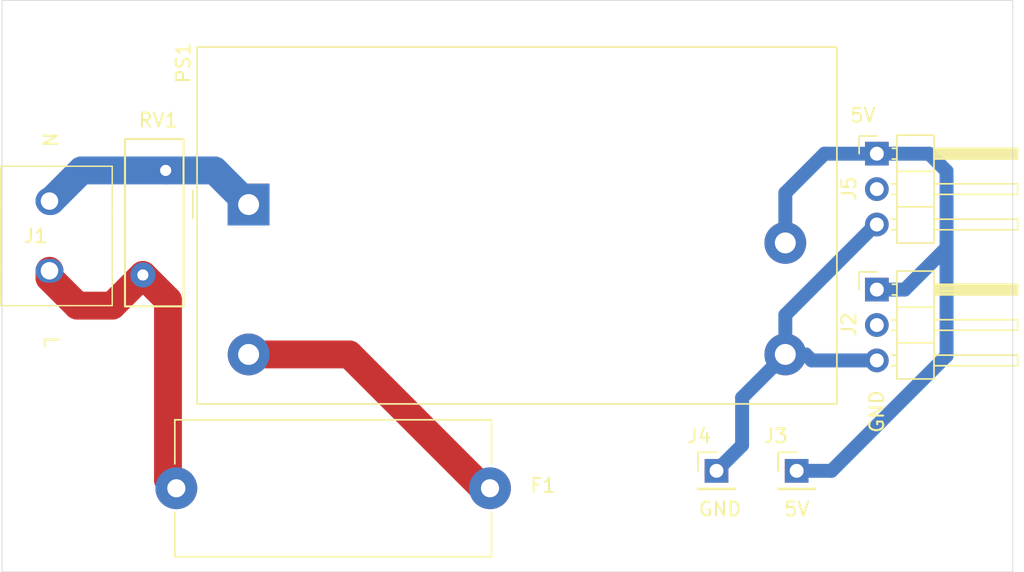
<source format=kicad_pcb>
(kicad_pcb (version 20171130) (host pcbnew 5.1.9+dfsg1-1)

  (general
    (thickness 1.6)
    (drawings 13)
    (tracks 37)
    (zones 0)
    (modules 12)
    (nets 8)
  )

  (page A4)
  (layers
    (0 F.Cu signal)
    (31 B.Cu signal)
    (32 B.Adhes user)
    (33 F.Adhes user)
    (34 B.Paste user)
    (35 F.Paste user)
    (36 B.SilkS user)
    (37 F.SilkS user)
    (38 B.Mask user)
    (39 F.Mask user)
    (40 Dwgs.User user)
    (41 Cmts.User user)
    (42 Eco1.User user)
    (43 Eco2.User user)
    (44 Edge.Cuts user)
    (45 Margin user)
    (46 B.CrtYd user)
    (47 F.CrtYd user)
    (48 B.Fab user)
    (49 F.Fab user)
  )

  (setup
    (last_trace_width 0.25)
    (user_trace_width 1)
    (user_trace_width 2)
    (trace_clearance 0.2)
    (zone_clearance 0.508)
    (zone_45_only no)
    (trace_min 0.2)
    (via_size 0.8)
    (via_drill 0.4)
    (via_min_size 0.4)
    (via_min_drill 0.3)
    (uvia_size 0.3)
    (uvia_drill 0.1)
    (uvias_allowed no)
    (uvia_min_size 0.2)
    (uvia_min_drill 0.1)
    (edge_width 0.05)
    (segment_width 0.2)
    (pcb_text_width 0.3)
    (pcb_text_size 1.5 1.5)
    (mod_edge_width 0.12)
    (mod_text_size 1 1)
    (mod_text_width 0.15)
    (pad_size 1.524 1.524)
    (pad_drill 0.762)
    (pad_to_mask_clearance 0)
    (aux_axis_origin 0 0)
    (visible_elements FFFFFF7F)
    (pcbplotparams
      (layerselection 0x010fc_ffffffff)
      (usegerberextensions false)
      (usegerberattributes true)
      (usegerberadvancedattributes true)
      (creategerberjobfile true)
      (excludeedgelayer true)
      (linewidth 0.100000)
      (plotframeref false)
      (viasonmask false)
      (mode 1)
      (useauxorigin false)
      (hpglpennumber 1)
      (hpglpenspeed 20)
      (hpglpendiameter 15.000000)
      (psnegative false)
      (psa4output false)
      (plotreference true)
      (plotvalue true)
      (plotinvisibletext false)
      (padsonsilk false)
      (subtractmaskfromsilk false)
      (outputformat 1)
      (mirror false)
      (drillshape 1)
      (scaleselection 1)
      (outputdirectory ""))
  )

  (net 0 "")
  (net 1 "Net-(F1-Pad2)")
  (net 2 /GND)
  (net 3 "Net-(J2-Pad2)")
  (net 4 /5V)
  (net 5 /L)
  (net 6 /N)
  (net 7 "Net-(J5-Pad2)")

  (net_class Default "This is the default net class."
    (clearance 0.2)
    (trace_width 0.25)
    (via_dia 0.8)
    (via_drill 0.4)
    (uvia_dia 0.3)
    (uvia_drill 0.1)
    (add_net /5V)
    (add_net /GND)
    (add_net /L)
    (add_net /N)
    (add_net "Net-(F1-Pad2)")
    (add_net "Net-(J2-Pad2)")
    (add_net "Net-(J5-Pad2)")
  )

  (module Connector_PinHeader_2.54mm:PinHeader_1x03_P2.54mm_Horizontal (layer F.Cu) (tedit 59FED5CB) (tstamp 60662875)
    (at 234.75 115.5)
    (descr "Through hole angled pin header, 1x03, 2.54mm pitch, 6mm pin length, single row")
    (tags "Through hole angled pin header THT 1x03 2.54mm single row")
    (path /606625A8)
    (fp_text reference J5 (at -2 2.5 90) (layer F.SilkS)
      (effects (font (size 1 1) (thickness 0.15)))
    )
    (fp_text value 5V (at 4.385 7.35) (layer F.Fab) hide
      (effects (font (size 1 1) (thickness 0.15)))
    )
    (fp_line (start 10.55 -1.8) (end -1.8 -1.8) (layer F.CrtYd) (width 0.05))
    (fp_line (start 10.55 6.85) (end 10.55 -1.8) (layer F.CrtYd) (width 0.05))
    (fp_line (start -1.8 6.85) (end 10.55 6.85) (layer F.CrtYd) (width 0.05))
    (fp_line (start -1.8 -1.8) (end -1.8 6.85) (layer F.CrtYd) (width 0.05))
    (fp_line (start -1.27 -1.27) (end 0 -1.27) (layer F.SilkS) (width 0.12))
    (fp_line (start -1.27 0) (end -1.27 -1.27) (layer F.SilkS) (width 0.12))
    (fp_line (start 1.042929 5.46) (end 1.44 5.46) (layer F.SilkS) (width 0.12))
    (fp_line (start 1.042929 4.7) (end 1.44 4.7) (layer F.SilkS) (width 0.12))
    (fp_line (start 10.1 5.46) (end 4.1 5.46) (layer F.SilkS) (width 0.12))
    (fp_line (start 10.1 4.7) (end 10.1 5.46) (layer F.SilkS) (width 0.12))
    (fp_line (start 4.1 4.7) (end 10.1 4.7) (layer F.SilkS) (width 0.12))
    (fp_line (start 1.44 3.81) (end 4.1 3.81) (layer F.SilkS) (width 0.12))
    (fp_line (start 1.042929 2.92) (end 1.44 2.92) (layer F.SilkS) (width 0.12))
    (fp_line (start 1.042929 2.16) (end 1.44 2.16) (layer F.SilkS) (width 0.12))
    (fp_line (start 10.1 2.92) (end 4.1 2.92) (layer F.SilkS) (width 0.12))
    (fp_line (start 10.1 2.16) (end 10.1 2.92) (layer F.SilkS) (width 0.12))
    (fp_line (start 4.1 2.16) (end 10.1 2.16) (layer F.SilkS) (width 0.12))
    (fp_line (start 1.44 1.27) (end 4.1 1.27) (layer F.SilkS) (width 0.12))
    (fp_line (start 1.11 0.38) (end 1.44 0.38) (layer F.SilkS) (width 0.12))
    (fp_line (start 1.11 -0.38) (end 1.44 -0.38) (layer F.SilkS) (width 0.12))
    (fp_line (start 4.1 0.28) (end 10.1 0.28) (layer F.SilkS) (width 0.12))
    (fp_line (start 4.1 0.16) (end 10.1 0.16) (layer F.SilkS) (width 0.12))
    (fp_line (start 4.1 0.04) (end 10.1 0.04) (layer F.SilkS) (width 0.12))
    (fp_line (start 4.1 -0.08) (end 10.1 -0.08) (layer F.SilkS) (width 0.12))
    (fp_line (start 4.1 -0.2) (end 10.1 -0.2) (layer F.SilkS) (width 0.12))
    (fp_line (start 4.1 -0.32) (end 10.1 -0.32) (layer F.SilkS) (width 0.12))
    (fp_line (start 10.1 0.38) (end 4.1 0.38) (layer F.SilkS) (width 0.12))
    (fp_line (start 10.1 -0.38) (end 10.1 0.38) (layer F.SilkS) (width 0.12))
    (fp_line (start 4.1 -0.38) (end 10.1 -0.38) (layer F.SilkS) (width 0.12))
    (fp_line (start 4.1 -1.33) (end 1.44 -1.33) (layer F.SilkS) (width 0.12))
    (fp_line (start 4.1 6.41) (end 4.1 -1.33) (layer F.SilkS) (width 0.12))
    (fp_line (start 1.44 6.41) (end 4.1 6.41) (layer F.SilkS) (width 0.12))
    (fp_line (start 1.44 -1.33) (end 1.44 6.41) (layer F.SilkS) (width 0.12))
    (fp_line (start 4.04 5.4) (end 10.04 5.4) (layer F.Fab) (width 0.1))
    (fp_line (start 10.04 4.76) (end 10.04 5.4) (layer F.Fab) (width 0.1))
    (fp_line (start 4.04 4.76) (end 10.04 4.76) (layer F.Fab) (width 0.1))
    (fp_line (start -0.32 5.4) (end 1.5 5.4) (layer F.Fab) (width 0.1))
    (fp_line (start -0.32 4.76) (end -0.32 5.4) (layer F.Fab) (width 0.1))
    (fp_line (start -0.32 4.76) (end 1.5 4.76) (layer F.Fab) (width 0.1))
    (fp_line (start 4.04 2.86) (end 10.04 2.86) (layer F.Fab) (width 0.1))
    (fp_line (start 10.04 2.22) (end 10.04 2.86) (layer F.Fab) (width 0.1))
    (fp_line (start 4.04 2.22) (end 10.04 2.22) (layer F.Fab) (width 0.1))
    (fp_line (start -0.32 2.86) (end 1.5 2.86) (layer F.Fab) (width 0.1))
    (fp_line (start -0.32 2.22) (end -0.32 2.86) (layer F.Fab) (width 0.1))
    (fp_line (start -0.32 2.22) (end 1.5 2.22) (layer F.Fab) (width 0.1))
    (fp_line (start 4.04 0.32) (end 10.04 0.32) (layer F.Fab) (width 0.1))
    (fp_line (start 10.04 -0.32) (end 10.04 0.32) (layer F.Fab) (width 0.1))
    (fp_line (start 4.04 -0.32) (end 10.04 -0.32) (layer F.Fab) (width 0.1))
    (fp_line (start -0.32 0.32) (end 1.5 0.32) (layer F.Fab) (width 0.1))
    (fp_line (start -0.32 -0.32) (end -0.32 0.32) (layer F.Fab) (width 0.1))
    (fp_line (start -0.32 -0.32) (end 1.5 -0.32) (layer F.Fab) (width 0.1))
    (fp_line (start 1.5 -0.635) (end 2.135 -1.27) (layer F.Fab) (width 0.1))
    (fp_line (start 1.5 6.35) (end 1.5 -0.635) (layer F.Fab) (width 0.1))
    (fp_line (start 4.04 6.35) (end 1.5 6.35) (layer F.Fab) (width 0.1))
    (fp_line (start 4.04 -1.27) (end 4.04 6.35) (layer F.Fab) (width 0.1))
    (fp_line (start 2.135 -1.27) (end 4.04 -1.27) (layer F.Fab) (width 0.1))
    (fp_text user %R (at 2.77 2.54 90) (layer F.Fab)
      (effects (font (size 1 1) (thickness 0.15)))
    )
    (pad 3 thru_hole oval (at 0 5.08) (size 1.7 1.7) (drill 1) (layers *.Cu *.Mask)
      (net 2 /GND))
    (pad 2 thru_hole oval (at 0 2.54) (size 1.7 1.7) (drill 1) (layers *.Cu *.Mask)
      (net 7 "Net-(J5-Pad2)"))
    (pad 1 thru_hole rect (at 0 0) (size 1.7 1.7) (drill 1) (layers *.Cu *.Mask)
      (net 4 /5V))
    (model ${KISYS3DMOD}/Connector_PinHeader_2.54mm.3dshapes/PinHeader_1x03_P2.54mm_Horizontal.wrl
      (at (xyz 0 0 0))
      (scale (xyz 1 1 1))
      (rotate (xyz 0 0 0))
    )
  )

  (module Connector_PinHeader_2.54mm:PinHeader_1x01_P2.54mm_Vertical (layer F.Cu) (tedit 59FED5CC) (tstamp 6024AFA2)
    (at 223.25 138.25)
    (descr "Through hole straight pin header, 1x01, 2.54mm pitch, single row")
    (tags "Through hole pin header THT 1x01 2.54mm single row")
    (path /6025732A)
    (fp_text reference J4 (at -1.25 -2.5) (layer F.SilkS)
      (effects (font (size 1 1) (thickness 0.15)))
    )
    (fp_text value GND (at 0 2.33) (layer F.Fab) hide
      (effects (font (size 1 1) (thickness 0.15)))
    )
    (fp_line (start -0.635 -1.27) (end 1.27 -1.27) (layer F.Fab) (width 0.1))
    (fp_line (start 1.27 -1.27) (end 1.27 1.27) (layer F.Fab) (width 0.1))
    (fp_line (start 1.27 1.27) (end -1.27 1.27) (layer F.Fab) (width 0.1))
    (fp_line (start -1.27 1.27) (end -1.27 -0.635) (layer F.Fab) (width 0.1))
    (fp_line (start -1.27 -0.635) (end -0.635 -1.27) (layer F.Fab) (width 0.1))
    (fp_line (start -1.33 1.33) (end 1.33 1.33) (layer F.SilkS) (width 0.12))
    (fp_line (start -1.33 1.27) (end -1.33 1.33) (layer F.SilkS) (width 0.12))
    (fp_line (start 1.33 1.27) (end 1.33 1.33) (layer F.SilkS) (width 0.12))
    (fp_line (start -1.33 1.27) (end 1.33 1.27) (layer F.SilkS) (width 0.12))
    (fp_line (start -1.33 0) (end -1.33 -1.33) (layer F.SilkS) (width 0.12))
    (fp_line (start -1.33 -1.33) (end 0 -1.33) (layer F.SilkS) (width 0.12))
    (fp_line (start -1.8 -1.8) (end -1.8 1.8) (layer F.CrtYd) (width 0.05))
    (fp_line (start -1.8 1.8) (end 1.8 1.8) (layer F.CrtYd) (width 0.05))
    (fp_line (start 1.8 1.8) (end 1.8 -1.8) (layer F.CrtYd) (width 0.05))
    (fp_line (start 1.8 -1.8) (end -1.8 -1.8) (layer F.CrtYd) (width 0.05))
    (fp_text user %R (at 0 0 90) (layer F.Fab)
      (effects (font (size 1 1) (thickness 0.15)))
    )
    (pad 1 thru_hole rect (at 0 0) (size 1.7 1.7) (drill 1) (layers *.Cu *.Mask)
      (net 2 /GND))
    (model ${KISYS3DMOD}/Connector_PinHeader_2.54mm.3dshapes/PinHeader_1x01_P2.54mm_Vertical.wrl
      (at (xyz 0 0 0))
      (scale (xyz 1 1 1))
      (rotate (xyz 0 0 0))
    )
  )

  (module Connector_PinHeader_2.54mm:PinHeader_1x01_P2.54mm_Vertical (layer F.Cu) (tedit 59FED5CC) (tstamp 6024AF8D)
    (at 229 138.25)
    (descr "Through hole straight pin header, 1x01, 2.54mm pitch, single row")
    (tags "Through hole pin header THT 1x01 2.54mm single row")
    (path /60257081)
    (fp_text reference J3 (at -1.5 -2.5) (layer F.SilkS)
      (effects (font (size 1 1) (thickness 0.15)))
    )
    (fp_text value 5V (at 0 2.33) (layer F.Fab) hide
      (effects (font (size 1 1) (thickness 0.15)))
    )
    (fp_line (start -0.635 -1.27) (end 1.27 -1.27) (layer F.Fab) (width 0.1))
    (fp_line (start 1.27 -1.27) (end 1.27 1.27) (layer F.Fab) (width 0.1))
    (fp_line (start 1.27 1.27) (end -1.27 1.27) (layer F.Fab) (width 0.1))
    (fp_line (start -1.27 1.27) (end -1.27 -0.635) (layer F.Fab) (width 0.1))
    (fp_line (start -1.27 -0.635) (end -0.635 -1.27) (layer F.Fab) (width 0.1))
    (fp_line (start -1.33 1.33) (end 1.33 1.33) (layer F.SilkS) (width 0.12))
    (fp_line (start -1.33 1.27) (end -1.33 1.33) (layer F.SilkS) (width 0.12))
    (fp_line (start 1.33 1.27) (end 1.33 1.33) (layer F.SilkS) (width 0.12))
    (fp_line (start -1.33 1.27) (end 1.33 1.27) (layer F.SilkS) (width 0.12))
    (fp_line (start -1.33 0) (end -1.33 -1.33) (layer F.SilkS) (width 0.12))
    (fp_line (start -1.33 -1.33) (end 0 -1.33) (layer F.SilkS) (width 0.12))
    (fp_line (start -1.8 -1.8) (end -1.8 1.8) (layer F.CrtYd) (width 0.05))
    (fp_line (start -1.8 1.8) (end 1.8 1.8) (layer F.CrtYd) (width 0.05))
    (fp_line (start 1.8 1.8) (end 1.8 -1.8) (layer F.CrtYd) (width 0.05))
    (fp_line (start 1.8 -1.8) (end -1.8 -1.8) (layer F.CrtYd) (width 0.05))
    (fp_text user %R (at 0 0 90) (layer F.Fab)
      (effects (font (size 1 1) (thickness 0.15)))
    )
    (pad 1 thru_hole rect (at 0 0) (size 1.7 1.7) (drill 1) (layers *.Cu *.Mask)
      (net 4 /5V))
    (model ${KISYS3DMOD}/Connector_PinHeader_2.54mm.3dshapes/PinHeader_1x01_P2.54mm_Vertical.wrl
      (at (xyz 0 0 0))
      (scale (xyz 1 1 1))
      (rotate (xyz 0 0 0))
    )
  )

  (module MountingHole:MountingHole_3.2mm_M3 (layer F.Cu) (tedit 56D1B4CB) (tstamp 6024A731)
    (at 237 109)
    (descr "Mounting Hole 3.2mm, no annular, M3")
    (tags "mounting hole 3.2mm no annular m3")
    (path /602508DC)
    (attr virtual)
    (fp_text reference H4 (at 0 -4.2) (layer F.SilkS) hide
      (effects (font (size 1 1) (thickness 0.15)))
    )
    (fp_text value MountingHole (at 0 4.2) (layer F.Fab) hide
      (effects (font (size 1 1) (thickness 0.15)))
    )
    (fp_circle (center 0 0) (end 3.45 0) (layer F.CrtYd) (width 0.05))
    (fp_circle (center 0 0) (end 3.2 0) (layer Cmts.User) (width 0.15))
    (fp_text user %R (at 0.3 0) (layer F.Fab)
      (effects (font (size 1 1) (thickness 0.15)))
    )
    (pad 1 np_thru_hole circle (at 0 0) (size 3.2 3.2) (drill 3.2) (layers *.Cu *.Mask))
  )

  (module MountingHole:MountingHole_3.2mm_M3 (layer F.Cu) (tedit 56D1B4CB) (tstamp 6024A9AF)
    (at 237 139)
    (descr "Mounting Hole 3.2mm, no annular, M3")
    (tags "mounting hole 3.2mm no annular m3")
    (path /60250543)
    (attr virtual)
    (fp_text reference H3 (at 0 -4.2) (layer F.SilkS) hide
      (effects (font (size 1 1) (thickness 0.15)))
    )
    (fp_text value MountingHole (at 0 4.2) (layer F.Fab) hide
      (effects (font (size 1 1) (thickness 0.15)))
    )
    (fp_circle (center 0 0) (end 3.45 0) (layer F.CrtYd) (width 0.05))
    (fp_circle (center 0 0) (end 3.2 0) (layer Cmts.User) (width 0.15))
    (fp_text user %R (at 0.3 0) (layer F.Fab)
      (effects (font (size 1 1) (thickness 0.15)))
    )
    (pad 1 np_thru_hole circle (at 0 0) (size 3.2 3.2) (drill 3.2) (layers *.Cu *.Mask))
  )

  (module MountingHole:MountingHole_3.2mm_M3 (layer F.Cu) (tedit 56D1B4CB) (tstamp 6024A721)
    (at 177 109)
    (descr "Mounting Hole 3.2mm, no annular, M3")
    (tags "mounting hole 3.2mm no annular m3")
    (path /6025012C)
    (attr virtual)
    (fp_text reference H2 (at 0 -4.2) (layer F.SilkS) hide
      (effects (font (size 1 1) (thickness 0.15)))
    )
    (fp_text value MountingHole (at 0 4.2) (layer F.Fab) hide
      (effects (font (size 1 1) (thickness 0.15)))
    )
    (fp_circle (center 0 0) (end 3.45 0) (layer F.CrtYd) (width 0.05))
    (fp_circle (center 0 0) (end 3.2 0) (layer Cmts.User) (width 0.15))
    (fp_text user %R (at 0.3 0) (layer F.Fab)
      (effects (font (size 1 1) (thickness 0.15)))
    )
    (pad 1 np_thru_hole circle (at 0 0) (size 3.2 3.2) (drill 3.2) (layers *.Cu *.Mask))
  )

  (module MountingHole:MountingHole_3.2mm_M3 (layer F.Cu) (tedit 56D1B4CB) (tstamp 6024A719)
    (at 177 139)
    (descr "Mounting Hole 3.2mm, no annular, M3")
    (tags "mounting hole 3.2mm no annular m3")
    (path /6024FF03)
    (attr virtual)
    (fp_text reference H1 (at 0 -4.2) (layer F.SilkS) hide
      (effects (font (size 1 1) (thickness 0.15)))
    )
    (fp_text value MountingHole (at 0 4.2) (layer F.Fab) hide
      (effects (font (size 1 1) (thickness 0.15)))
    )
    (fp_circle (center 0 0) (end 3.45 0) (layer F.CrtYd) (width 0.05))
    (fp_circle (center 0 0) (end 3.2 0) (layer Cmts.User) (width 0.15))
    (fp_text user %R (at 0.3 0) (layer F.Fab)
      (effects (font (size 1 1) (thickness 0.15)))
    )
    (pad 1 np_thru_hole circle (at 0 0) (size 3.2 3.2) (drill 3.2) (layers *.Cu *.Mask))
  )

  (module Varistor:RV_Disc_D12mm_W4.2mm_P7.5mm (layer F.Cu) (tedit 5A0F68FD) (tstamp 60249AC5)
    (at 182.1 124.2 90)
    (descr "Varistor, diameter 12mm, width 4.2mm, pitch 7.5mm")
    (tags "varistor SIOV")
    (path /60247A34)
    (fp_text reference RV1 (at 11.1 1.1 180) (layer F.SilkS)
      (effects (font (size 1 1) (thickness 0.15)))
    )
    (fp_text value Varistor (at 3.75 -2.28333 90) (layer F.Fab) hide
      (effects (font (size 1 1) (thickness 0.15)))
    )
    (fp_line (start -2.5 3.17) (end 10 3.17) (layer F.CrtYd) (width 0.05))
    (fp_line (start -2.5 -1.53) (end 10 -1.53) (layer F.CrtYd) (width 0.05))
    (fp_line (start 10 -1.53) (end 10 3.17) (layer F.CrtYd) (width 0.05))
    (fp_line (start -2.5 -1.53) (end -2.5 3.17) (layer F.CrtYd) (width 0.05))
    (fp_line (start -2.25 2.91667) (end 9.75 2.91667) (layer F.SilkS) (width 0.15))
    (fp_line (start -2.25 -1.28333) (end 9.75 -1.28333) (layer F.SilkS) (width 0.15))
    (fp_line (start 9.75 -1.28333) (end 9.75 2.91667) (layer F.SilkS) (width 0.15))
    (fp_line (start -2.25 -1.28333) (end -2.25 2.91667) (layer F.SilkS) (width 0.15))
    (fp_line (start -2.25 2.91667) (end 9.75 2.91667) (layer F.Fab) (width 0.1))
    (fp_line (start -2.25 -1.28333) (end 9.75 -1.28333) (layer F.Fab) (width 0.1))
    (fp_line (start 9.75 -1.28333) (end 9.75 2.91667) (layer F.Fab) (width 0.1))
    (fp_line (start -2.25 -1.28333) (end -2.25 2.91667) (layer F.Fab) (width 0.1))
    (fp_text user %R (at 3.75 0.817 90) (layer F.Fab)
      (effects (font (size 1 1) (thickness 0.15)))
    )
    (pad 2 thru_hole circle (at 7.5 1.63333 90) (size 1.8 1.8) (drill 0.8) (layers *.Cu *.Mask)
      (net 6 /N))
    (pad 1 thru_hole circle (at 0 0 90) (size 1.8 1.8) (drill 0.8) (layers *.Cu *.Mask)
      (net 1 "Net-(F1-Pad2)"))
    (model ${KISYS3DMOD}/Varistor.3dshapes/RV_Disc_D12mm_W4.2mm_P7.5mm.wrl
      (at (xyz 0 0 0))
      (scale (xyz 1 1 1))
      (rotate (xyz 0 0 0))
    )
  )

  (module Converter_ACDC:Converter_ACDC_MeanWell_IRM-10-xx_THT (layer F.Cu) (tedit 5AEF7CE2) (tstamp 602498B0)
    (at 189.685 119.15)
    (descr http://www.meanwell.com/webapp/product/search.aspx?prod=IRM-10)
    (tags "ACDC-Converter 10W   Meanwell IRM-10")
    (path /602434AB)
    (fp_text reference PS1 (at -4.685 -10.15 90) (layer F.SilkS)
      (effects (font (size 1 1) (thickness 0.15)))
    )
    (fp_text value IRM-10-5 (at 21 15.7) (layer F.Fab)
      (effects (font (size 1 1) (thickness 0.15)))
    )
    (fp_line (start -4 -1) (end -4 1) (layer F.SilkS) (width 0.12))
    (fp_line (start 42.2 -11.3) (end 42.2 14.3) (layer F.SilkS) (width 0.12))
    (fp_line (start -3.7 -11.3) (end 42.2 -11.3) (layer F.SilkS) (width 0.12))
    (fp_line (start -3.6 14.2) (end 42.1 14.2) (layer F.Fab) (width 0.1))
    (fp_line (start 42.1 -11.2) (end -3.6 -11.2) (layer F.Fab) (width 0.1))
    (fp_line (start -3.85 -11.45) (end -3.85 14.45) (layer F.CrtYd) (width 0.05))
    (fp_line (start -3.6 -11.2) (end -3.6 14.2) (layer F.Fab) (width 0.1))
    (fp_line (start -3.7 14.3) (end 42.2 14.3) (layer F.SilkS) (width 0.12))
    (fp_line (start -3.7 -11.3) (end -3.7 14.3) (layer F.SilkS) (width 0.12))
    (fp_line (start 42.1 -11.2) (end 42.1 14.2) (layer F.Fab) (width 0.1))
    (fp_line (start -3.85 14.45) (end 42.35 14.45) (layer F.CrtYd) (width 0.05))
    (fp_line (start -3.85 -11.45) (end 42.35 -11.45) (layer F.CrtYd) (width 0.05))
    (fp_line (start 42.35 -11.45) (end 42.35 14.45) (layer F.CrtYd) (width 0.05))
    (fp_line (start -3.6 -1) (end -2.6 0) (layer F.Fab) (width 0.1))
    (fp_line (start -3.6 1) (end -2.6 0) (layer F.Fab) (width 0.1))
    (fp_text user %R (at 22.42 0.48) (layer F.Fab)
      (effects (font (size 1 1) (thickness 0.15)))
    )
    (pad 1 thru_hole rect (at 0 0) (size 3 3) (drill 1.5) (layers *.Cu *.Mask)
      (net 6 /N))
    (pad 4 thru_hole circle (at 38.5 2.75) (size 3 3) (drill 1.5) (layers *.Cu *.Mask)
      (net 4 /5V))
    (pad 2 thru_hole circle (at 0 10.75) (size 3 3) (drill 1.5) (layers *.Cu *.Mask)
      (net 5 /L))
    (pad 3 thru_hole circle (at 38.5 10.75) (size 3 3) (drill 1.5) (layers *.Cu *.Mask)
      (net 2 /GND))
    (model ${KISYS3DMOD}/Converter_ACDC.3dshapes/Converter_ACDC_MeanWell-IRM-10-xx_THT.wrl
      (at (xyz 0 0 0))
      (scale (xyz 1 1 1))
      (rotate (xyz 0 0 0))
    )
  )

  (module Connector_PinHeader_2.54mm:PinHeader_1x03_P2.54mm_Horizontal (layer F.Cu) (tedit 59FED5CB) (tstamp 60249898)
    (at 234.75 125.25)
    (descr "Through hole angled pin header, 1x03, 2.54mm pitch, 6mm pin length, single row")
    (tags "Through hole angled pin header THT 1x03 2.54mm single row")
    (path /602492FD)
    (fp_text reference J2 (at -2 2.5 90) (layer F.SilkS)
      (effects (font (size 1 1) (thickness 0.15)))
    )
    (fp_text value 5V (at 4.385 7.35) (layer F.Fab) hide
      (effects (font (size 1 1) (thickness 0.15)))
    )
    (fp_line (start 2.135 -1.27) (end 4.04 -1.27) (layer F.Fab) (width 0.1))
    (fp_line (start 4.04 -1.27) (end 4.04 6.35) (layer F.Fab) (width 0.1))
    (fp_line (start 4.04 6.35) (end 1.5 6.35) (layer F.Fab) (width 0.1))
    (fp_line (start 1.5 6.35) (end 1.5 -0.635) (layer F.Fab) (width 0.1))
    (fp_line (start 1.5 -0.635) (end 2.135 -1.27) (layer F.Fab) (width 0.1))
    (fp_line (start -0.32 -0.32) (end 1.5 -0.32) (layer F.Fab) (width 0.1))
    (fp_line (start -0.32 -0.32) (end -0.32 0.32) (layer F.Fab) (width 0.1))
    (fp_line (start -0.32 0.32) (end 1.5 0.32) (layer F.Fab) (width 0.1))
    (fp_line (start 4.04 -0.32) (end 10.04 -0.32) (layer F.Fab) (width 0.1))
    (fp_line (start 10.04 -0.32) (end 10.04 0.32) (layer F.Fab) (width 0.1))
    (fp_line (start 4.04 0.32) (end 10.04 0.32) (layer F.Fab) (width 0.1))
    (fp_line (start -0.32 2.22) (end 1.5 2.22) (layer F.Fab) (width 0.1))
    (fp_line (start -0.32 2.22) (end -0.32 2.86) (layer F.Fab) (width 0.1))
    (fp_line (start -0.32 2.86) (end 1.5 2.86) (layer F.Fab) (width 0.1))
    (fp_line (start 4.04 2.22) (end 10.04 2.22) (layer F.Fab) (width 0.1))
    (fp_line (start 10.04 2.22) (end 10.04 2.86) (layer F.Fab) (width 0.1))
    (fp_line (start 4.04 2.86) (end 10.04 2.86) (layer F.Fab) (width 0.1))
    (fp_line (start -0.32 4.76) (end 1.5 4.76) (layer F.Fab) (width 0.1))
    (fp_line (start -0.32 4.76) (end -0.32 5.4) (layer F.Fab) (width 0.1))
    (fp_line (start -0.32 5.4) (end 1.5 5.4) (layer F.Fab) (width 0.1))
    (fp_line (start 4.04 4.76) (end 10.04 4.76) (layer F.Fab) (width 0.1))
    (fp_line (start 10.04 4.76) (end 10.04 5.4) (layer F.Fab) (width 0.1))
    (fp_line (start 4.04 5.4) (end 10.04 5.4) (layer F.Fab) (width 0.1))
    (fp_line (start 1.44 -1.33) (end 1.44 6.41) (layer F.SilkS) (width 0.12))
    (fp_line (start 1.44 6.41) (end 4.1 6.41) (layer F.SilkS) (width 0.12))
    (fp_line (start 4.1 6.41) (end 4.1 -1.33) (layer F.SilkS) (width 0.12))
    (fp_line (start 4.1 -1.33) (end 1.44 -1.33) (layer F.SilkS) (width 0.12))
    (fp_line (start 4.1 -0.38) (end 10.1 -0.38) (layer F.SilkS) (width 0.12))
    (fp_line (start 10.1 -0.38) (end 10.1 0.38) (layer F.SilkS) (width 0.12))
    (fp_line (start 10.1 0.38) (end 4.1 0.38) (layer F.SilkS) (width 0.12))
    (fp_line (start 4.1 -0.32) (end 10.1 -0.32) (layer F.SilkS) (width 0.12))
    (fp_line (start 4.1 -0.2) (end 10.1 -0.2) (layer F.SilkS) (width 0.12))
    (fp_line (start 4.1 -0.08) (end 10.1 -0.08) (layer F.SilkS) (width 0.12))
    (fp_line (start 4.1 0.04) (end 10.1 0.04) (layer F.SilkS) (width 0.12))
    (fp_line (start 4.1 0.16) (end 10.1 0.16) (layer F.SilkS) (width 0.12))
    (fp_line (start 4.1 0.28) (end 10.1 0.28) (layer F.SilkS) (width 0.12))
    (fp_line (start 1.11 -0.38) (end 1.44 -0.38) (layer F.SilkS) (width 0.12))
    (fp_line (start 1.11 0.38) (end 1.44 0.38) (layer F.SilkS) (width 0.12))
    (fp_line (start 1.44 1.27) (end 4.1 1.27) (layer F.SilkS) (width 0.12))
    (fp_line (start 4.1 2.16) (end 10.1 2.16) (layer F.SilkS) (width 0.12))
    (fp_line (start 10.1 2.16) (end 10.1 2.92) (layer F.SilkS) (width 0.12))
    (fp_line (start 10.1 2.92) (end 4.1 2.92) (layer F.SilkS) (width 0.12))
    (fp_line (start 1.042929 2.16) (end 1.44 2.16) (layer F.SilkS) (width 0.12))
    (fp_line (start 1.042929 2.92) (end 1.44 2.92) (layer F.SilkS) (width 0.12))
    (fp_line (start 1.44 3.81) (end 4.1 3.81) (layer F.SilkS) (width 0.12))
    (fp_line (start 4.1 4.7) (end 10.1 4.7) (layer F.SilkS) (width 0.12))
    (fp_line (start 10.1 4.7) (end 10.1 5.46) (layer F.SilkS) (width 0.12))
    (fp_line (start 10.1 5.46) (end 4.1 5.46) (layer F.SilkS) (width 0.12))
    (fp_line (start 1.042929 4.7) (end 1.44 4.7) (layer F.SilkS) (width 0.12))
    (fp_line (start 1.042929 5.46) (end 1.44 5.46) (layer F.SilkS) (width 0.12))
    (fp_line (start -1.27 0) (end -1.27 -1.27) (layer F.SilkS) (width 0.12))
    (fp_line (start -1.27 -1.27) (end 0 -1.27) (layer F.SilkS) (width 0.12))
    (fp_line (start -1.8 -1.8) (end -1.8 6.85) (layer F.CrtYd) (width 0.05))
    (fp_line (start -1.8 6.85) (end 10.55 6.85) (layer F.CrtYd) (width 0.05))
    (fp_line (start 10.55 6.85) (end 10.55 -1.8) (layer F.CrtYd) (width 0.05))
    (fp_line (start 10.55 -1.8) (end -1.8 -1.8) (layer F.CrtYd) (width 0.05))
    (fp_text user %R (at 2.77 2.54 90) (layer F.Fab)
      (effects (font (size 1 1) (thickness 0.15)))
    )
    (pad 3 thru_hole oval (at 0 5.08) (size 1.7 1.7) (drill 1) (layers *.Cu *.Mask)
      (net 2 /GND))
    (pad 2 thru_hole oval (at 0 2.54) (size 1.7 1.7) (drill 1) (layers *.Cu *.Mask)
      (net 3 "Net-(J2-Pad2)"))
    (pad 1 thru_hole rect (at 0 0) (size 1.7 1.7) (drill 1) (layers *.Cu *.Mask)
      (net 4 /5V))
    (model ${KISYS3DMOD}/Connector_PinHeader_2.54mm.3dshapes/PinHeader_1x03_P2.54mm_Horizontal.wrl
      (at (xyz 0 0 0))
      (scale (xyz 1 1 1))
      (rotate (xyz 0 0 0))
    )
  )

  (module "terminal block:RND_Schraubklemme_2pol" (layer F.Cu) (tedit 5A88B786) (tstamp 60249858)
    (at 175.4 118.9 270)
    (path /60247E75)
    (fp_text reference J1 (at 2.5 1) (layer F.SilkS)
      (effects (font (size 1 1) (thickness 0.15)))
    )
    (fp_text value 220V (at 3 -6 90) (layer F.Fab) hide
      (effects (font (size 1 1) (thickness 0.15)))
    )
    (fp_line (start -2.5 -4.5) (end -2.5 0.25) (layer F.SilkS) (width 0.1))
    (fp_line (start 7.5 -4.5) (end 7.5 0) (layer F.SilkS) (width 0.1))
    (fp_line (start 1 -4.5) (end -2.5 -4.5) (layer F.SilkS) (width 0.1))
    (fp_line (start 0.5 -4.5) (end 7.5 -4.5) (layer F.SilkS) (width 0.1))
    (fp_line (start 7.5 0) (end 7.5 3.5) (layer F.SilkS) (width 0.1))
    (fp_line (start 7.5 3.5) (end 5 3.5) (layer F.SilkS) (width 0.1))
    (fp_line (start -2.5 0) (end -2.5 3.5) (layer F.SilkS) (width 0.1))
    (fp_line (start -2.5 3.5) (end 0.5 3.5) (layer F.SilkS) (width 0.1))
    (fp_line (start 0 -3) (end 5 -3) (layer F.CrtYd) (width 0.1))
    (fp_line (start 5 -3) (end 5 -3.5) (layer F.CrtYd) (width 0.1))
    (fp_line (start 5 -3.5) (end 0 -3.5) (layer F.CrtYd) (width 0.1))
    (fp_line (start 0 -3.5) (end 0 -3) (layer F.CrtYd) (width 0.1))
    (fp_line (start 0 -3) (end 0 -4) (layer F.CrtYd) (width 0.1))
    (fp_line (start 0 -4) (end 5 -4) (layer F.CrtYd) (width 0.1))
    (fp_line (start 5 -4) (end 5 -3) (layer F.CrtYd) (width 0.1))
    (fp_line (start 0 1.5) (end 0 3) (layer F.CrtYd) (width 0.1))
    (fp_line (start 5 1.5) (end 5 3) (layer F.CrtYd) (width 0.1))
    (fp_line (start 0 3.5) (end 5 3.5) (layer F.SilkS) (width 0.1))
    (pad 1 thru_hole oval (at 0 0 270) (size 1.7 2) (drill 1.25) (layers *.Cu *.Mask)
      (net 6 /N))
    (pad 2 thru_hole oval (at 5 0 270) (size 1.7 2) (drill 1.25) (layers *.Cu *.Mask)
      (net 1 "Net-(F1-Pad2)"))
  )

  (module Fuse:Fuseholder_Cylinder-5x20mm_Schurter_0031_8201_Horizontal_Open (layer F.Cu) (tedit 5D717D34) (tstamp 60249840)
    (at 207 139.5 180)
    (descr "Fuseholder horizontal open, 5x20mm, 500V, 16A, Schurter 0031.8201, https://us.schurter.com/bundles/snceschurter/epim/_ProdPool_/newDS/en/typ_OGN.pdf")
    (tags "Fuseholder horizontal open 5x20 Schurter 0031.8201")
    (path /60246D6B)
    (fp_text reference F1 (at -3.8 0.2) (layer F.SilkS)
      (effects (font (size 1 1) (thickness 0.15)))
    )
    (fp_text value 1A (at 11.25 6) (layer F.Fab) hide
      (effects (font (size 1 1) (thickness 0.15)))
    )
    (fp_line (start 0 -4.8) (end 0 4.8) (layer F.Fab) (width 0.1))
    (fp_line (start 0 4.8) (end 22.5 4.8) (layer F.Fab) (width 0.1))
    (fp_line (start 22.5 4.8) (end 22.5 -4.8) (layer F.Fab) (width 0.1))
    (fp_line (start 22.5 -4.8) (end 0 -4.8) (layer F.Fab) (width 0.1))
    (fp_line (start -1.75 5.05) (end -1.75 -5.05) (layer F.CrtYd) (width 0.05))
    (fp_line (start 22.61 4.91) (end 22.61 1.75) (layer F.SilkS) (width 0.12))
    (fp_line (start 22.61 -1.75) (end 22.61 -4.91) (layer F.SilkS) (width 0.12))
    (fp_line (start -0.11 -1.75) (end -0.11 -4.91) (layer F.SilkS) (width 0.12))
    (fp_line (start -0.11 -4.91) (end 22.61 -4.91) (layer F.SilkS) (width 0.12))
    (fp_line (start 24.25 5.05) (end -1.75 5.05) (layer F.CrtYd) (width 0.05))
    (fp_line (start -1.75 -5.05) (end 24.25 -5.05) (layer F.CrtYd) (width 0.05))
    (fp_line (start -0.11 4.91) (end 22.61 4.91) (layer F.SilkS) (width 0.12))
    (fp_line (start 24.25 -5.05) (end 24.25 5.05) (layer F.CrtYd) (width 0.05))
    (fp_line (start -0.11 4.91) (end -0.11 1.75) (layer F.SilkS) (width 0.12))
    (fp_text user %R (at 11.25 4) (layer F.Fab)
      (effects (font (size 1 1) (thickness 0.15)))
    )
    (pad "" np_thru_hole circle (at 11.25 0 180) (size 2.7 2.7) (drill 2.7) (layers *.Cu *.Mask))
    (pad 2 thru_hole circle (at 22.5 0 180) (size 3 3) (drill 1.3) (layers *.Cu *.Mask)
      (net 1 "Net-(F1-Pad2)"))
    (pad 1 thru_hole circle (at 0 0 180) (size 3 3) (drill 1.3) (layers *.Cu *.Mask)
      (net 5 /L))
    (model ${KISYS3DMOD}/Fuse.3dshapes/Fuseholder_Cylinder-5x20mm_Schurter_0031_8201_Horizontal_Open.wrl
      (at (xyz 0 0 0))
      (scale (xyz 1 1 1))
      (rotate (xyz 0 0 0))
    )
  )

  (gr_text N (at 175.5 114.5 90) (layer F.SilkS)
    (effects (font (size 1 1) (thickness 0.15)))
  )
  (gr_text L (at 175.5 129 270) (layer F.SilkS)
    (effects (font (size 1 1) (thickness 0.15)))
  )
  (gr_text GND (at 223.5 141) (layer F.SilkS) (tstamp 60662BCD)
    (effects (font (size 1 1) (thickness 0.15)))
  )
  (gr_text 5V (at 229 141) (layer F.SilkS) (tstamp 60662BCA)
    (effects (font (size 1 1) (thickness 0.15)))
  )
  (gr_line (start 172 145.5) (end 200 145.5) (layer Edge.Cuts) (width 0.05) (tstamp 6024AA1D))
  (gr_line (start 172 140.5) (end 172 145.5) (layer Edge.Cuts) (width 0.05))
  (gr_line (start 172 104.5) (end 172 140.5) (layer Edge.Cuts) (width 0.05))
  (gr_line (start 208.5 104.5) (end 172 104.5) (layer Edge.Cuts) (width 0.05))
  (gr_line (start 244.5 104.5) (end 208.5 104.5) (layer Edge.Cuts) (width 0.05))
  (gr_line (start 244.5 145.5) (end 244.5 104.5) (layer Edge.Cuts) (width 0.05))
  (gr_line (start 200 145.5) (end 244.5 145.5) (layer Edge.Cuts) (width 0.05))
  (gr_text GND (at 234.75 134 90) (layer F.SilkS)
    (effects (font (size 1 1) (thickness 0.15)))
  )
  (gr_text 5V (at 233.75 112.75) (layer F.SilkS)
    (effects (font (size 1 1) (thickness 0.15)))
  )

  (segment (start 175.4 123.9) (end 175.4 124.4) (width 2) (layer F.Cu) (net 1))
  (segment (start 175.4 124.4) (end 177.4 126.4) (width 2) (layer F.Cu) (net 1))
  (segment (start 179.9 126.4) (end 182.1 124.2) (width 2) (layer F.Cu) (net 1))
  (segment (start 177.4 126.4) (end 179.9 126.4) (width 2) (layer F.Cu) (net 1))
  (segment (start 182.1 124.2) (end 183.9 126) (width 2) (layer F.Cu) (net 1))
  (segment (start 183.9 138.9) (end 184.5 139.5) (width 2) (layer F.Cu) (net 1))
  (segment (start 183.9 126) (end 183.9 138.9) (width 2) (layer F.Cu) (net 1))
  (segment (start 223.75 137.75) (end 223.25 138.25) (width 1) (layer F.Cu) (net 2))
  (segment (start 228.185 129.9) (end 228.185 127.065) (width 1) (layer B.Cu) (net 2))
  (segment (start 234.67 120.58) (end 234.75 120.58) (width 1) (layer B.Cu) (net 2))
  (segment (start 228.185 127.065) (end 234.67 120.58) (width 1) (layer B.Cu) (net 2))
  (segment (start 228.185 129.9) (end 229.65 129.9) (width 1) (layer B.Cu) (net 2))
  (segment (start 230.08 130.33) (end 234.75 130.33) (width 1) (layer B.Cu) (net 2))
  (segment (start 229.65 129.9) (end 230.08 130.33) (width 1) (layer B.Cu) (net 2))
  (segment (start 228.185 129.9) (end 225.085 133) (width 1) (layer B.Cu) (net 2))
  (segment (start 225.085 136.415) (end 223.25 138.25) (width 1) (layer B.Cu) (net 2))
  (segment (start 225.085 133) (end 225.085 136.415) (width 1) (layer B.Cu) (net 2))
  (segment (start 228.185 121.9) (end 229.1 121.9) (width 1) (layer F.Cu) (net 4))
  (segment (start 231 115.5) (end 234.75 115.5) (width 1) (layer B.Cu) (net 4))
  (segment (start 228.185 118.315) (end 231 115.5) (width 1) (layer B.Cu) (net 4))
  (segment (start 228.185 121.9) (end 228.185 118.315) (width 1) (layer B.Cu) (net 4))
  (segment (start 234.75 115.5) (end 238.5 115.5) (width 1) (layer B.Cu) (net 4))
  (segment (start 238.5 115.5) (end 239.75 116.75) (width 1) (layer B.Cu) (net 4))
  (segment (start 239.75 116.75) (end 239.75 122.25) (width 1) (layer B.Cu) (net 4))
  (segment (start 236.75 125.25) (end 234.75 125.25) (width 1) (layer B.Cu) (net 4))
  (segment (start 239.75 122.25) (end 236.75 125.25) (width 1) (layer B.Cu) (net 4))
  (segment (start 229 138.25) (end 231.5 138.25) (width 1) (layer B.Cu) (net 4))
  (segment (start 239.75 130) (end 239.75 122.25) (width 1) (layer B.Cu) (net 4))
  (segment (start 231.5 138.25) (end 239.75 130) (width 1) (layer B.Cu) (net 4))
  (segment (start 189.685 129.9) (end 196.9 129.9) (width 2) (layer F.Cu) (net 5))
  (segment (start 206.5 139.5) (end 207 139.5) (width 2) (layer F.Cu) (net 5))
  (segment (start 196.9 129.9) (end 206.5 139.5) (width 2) (layer F.Cu) (net 5))
  (segment (start 175.4 118.9) (end 175.5 118.9) (width 2) (layer B.Cu) (net 6))
  (segment (start 177.7 116.7) (end 183.73333 116.7) (width 2) (layer B.Cu) (net 6))
  (segment (start 175.5 118.9) (end 177.7 116.7) (width 2) (layer B.Cu) (net 6))
  (segment (start 187.235 116.7) (end 189.685 119.15) (width 2) (layer B.Cu) (net 6))
  (segment (start 183.73333 116.7) (end 187.235 116.7) (width 2) (layer B.Cu) (net 6))

)

</source>
